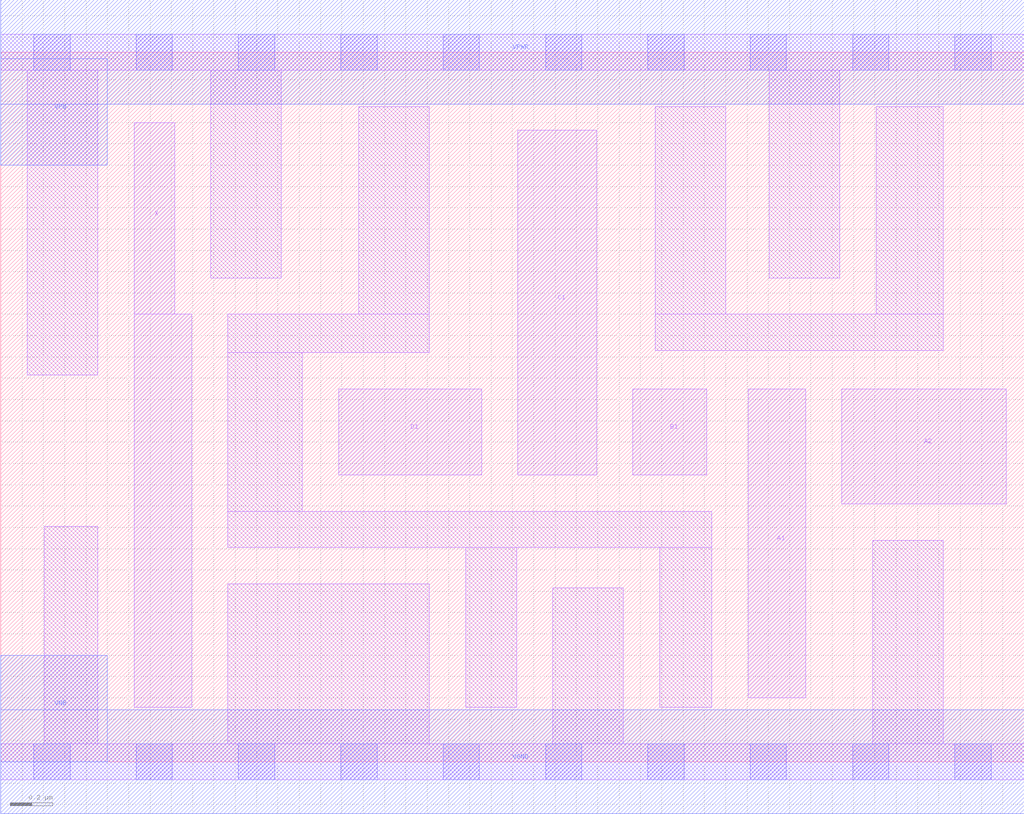
<source format=lef>
# Copyright 2020 The SkyWater PDK Authors
#
# Licensed under the Apache License, Version 2.0 (the "License");
# you may not use this file except in compliance with the License.
# You may obtain a copy of the License at
#
#     https://www.apache.org/licenses/LICENSE-2.0
#
# Unless required by applicable law or agreed to in writing, software
# distributed under the License is distributed on an "AS IS" BASIS,
# WITHOUT WARRANTIES OR CONDITIONS OF ANY KIND, either express or implied.
# See the License for the specific language governing permissions and
# limitations under the License.
#
# SPDX-License-Identifier: Apache-2.0

VERSION 5.5 ;
NAMESCASESENSITIVE ON ;
BUSBITCHARS "[]" ;
DIVIDERCHAR "/" ;
MACRO sky130_fd_sc_lp__a2111o_2
  CLASS CORE ;
  SOURCE USER ;
  ORIGIN  0.000000  0.000000 ;
  SIZE  4.800000 BY  3.330000 ;
  SYMMETRY X Y R90 ;
  SITE unit ;
  PIN A1
    ANTENNAGATEAREA  0.315000 ;
    DIRECTION INPUT ;
    USE SIGNAL ;
    PORT
      LAYER li1 ;
        RECT 3.505000 0.300000 3.775000 1.750000 ;
    END
  END A1
  PIN A2
    ANTENNAGATEAREA  0.315000 ;
    DIRECTION INPUT ;
    USE SIGNAL ;
    PORT
      LAYER li1 ;
        RECT 3.945000 1.210000 4.715000 1.750000 ;
    END
  END A2
  PIN B1
    ANTENNAGATEAREA  0.315000 ;
    DIRECTION INPUT ;
    USE SIGNAL ;
    PORT
      LAYER li1 ;
        RECT 2.965000 1.345000 3.310000 1.750000 ;
    END
  END B1
  PIN C1
    ANTENNAGATEAREA  0.315000 ;
    DIRECTION INPUT ;
    USE SIGNAL ;
    PORT
      LAYER li1 ;
        RECT 2.425000 1.345000 2.795000 2.965000 ;
    END
  END C1
  PIN D1
    ANTENNAGATEAREA  0.315000 ;
    DIRECTION INPUT ;
    USE SIGNAL ;
    PORT
      LAYER li1 ;
        RECT 1.585000 1.345000 2.255000 1.750000 ;
    END
  END D1
  PIN X
    ANTENNADIFFAREA  0.588000 ;
    DIRECTION OUTPUT ;
    USE SIGNAL ;
    PORT
      LAYER li1 ;
        RECT 0.625000 0.255000 0.895000 2.100000 ;
        RECT 0.625000 2.100000 0.815000 3.000000 ;
    END
  END X
  PIN VGND
    DIRECTION INOUT ;
    USE GROUND ;
    PORT
      LAYER met1 ;
        RECT 0.000000 -0.245000 4.800000 0.245000 ;
    END
  END VGND
  PIN VNB
    DIRECTION INOUT ;
    USE GROUND ;
    PORT
      LAYER met1 ;
        RECT 0.000000 0.000000 0.500000 0.500000 ;
    END
  END VNB
  PIN VPB
    DIRECTION INOUT ;
    USE POWER ;
    PORT
      LAYER met1 ;
        RECT 0.000000 2.800000 0.500000 3.300000 ;
    END
  END VPB
  PIN VPWR
    DIRECTION INOUT ;
    USE POWER ;
    PORT
      LAYER met1 ;
        RECT 0.000000 3.085000 4.800000 3.575000 ;
    END
  END VPWR
  OBS
    LAYER li1 ;
      RECT 0.000000 -0.085000 4.800000 0.085000 ;
      RECT 0.000000  3.245000 4.800000 3.415000 ;
      RECT 0.125000  1.815000 0.455000 3.245000 ;
      RECT 0.205000  0.085000 0.455000 1.105000 ;
      RECT 0.985000  2.270000 1.315000 3.245000 ;
      RECT 1.065000  0.085000 2.010000 0.835000 ;
      RECT 1.065000  1.005000 3.335000 1.175000 ;
      RECT 1.065000  1.175000 1.415000 1.920000 ;
      RECT 1.065000  1.920000 2.010000 2.100000 ;
      RECT 1.680000  2.100000 2.010000 3.075000 ;
      RECT 2.180000  0.255000 2.420000 1.005000 ;
      RECT 2.590000  0.085000 2.920000 0.815000 ;
      RECT 3.070000  1.930000 4.420000 2.100000 ;
      RECT 3.070000  2.100000 3.400000 3.075000 ;
      RECT 3.090000  0.255000 3.335000 1.005000 ;
      RECT 3.605000  2.270000 3.935000 3.245000 ;
      RECT 4.090000  0.085000 4.420000 1.040000 ;
      RECT 4.105000  2.100000 4.420000 3.075000 ;
    LAYER mcon ;
      RECT 0.155000 -0.085000 0.325000 0.085000 ;
      RECT 0.155000  3.245000 0.325000 3.415000 ;
      RECT 0.635000 -0.085000 0.805000 0.085000 ;
      RECT 0.635000  3.245000 0.805000 3.415000 ;
      RECT 1.115000 -0.085000 1.285000 0.085000 ;
      RECT 1.115000  3.245000 1.285000 3.415000 ;
      RECT 1.595000 -0.085000 1.765000 0.085000 ;
      RECT 1.595000  3.245000 1.765000 3.415000 ;
      RECT 2.075000 -0.085000 2.245000 0.085000 ;
      RECT 2.075000  3.245000 2.245000 3.415000 ;
      RECT 2.555000 -0.085000 2.725000 0.085000 ;
      RECT 2.555000  3.245000 2.725000 3.415000 ;
      RECT 3.035000 -0.085000 3.205000 0.085000 ;
      RECT 3.035000  3.245000 3.205000 3.415000 ;
      RECT 3.515000 -0.085000 3.685000 0.085000 ;
      RECT 3.515000  3.245000 3.685000 3.415000 ;
      RECT 3.995000 -0.085000 4.165000 0.085000 ;
      RECT 3.995000  3.245000 4.165000 3.415000 ;
      RECT 4.475000 -0.085000 4.645000 0.085000 ;
      RECT 4.475000  3.245000 4.645000 3.415000 ;
  END
END sky130_fd_sc_lp__a2111o_2
END LIBRARY

</source>
